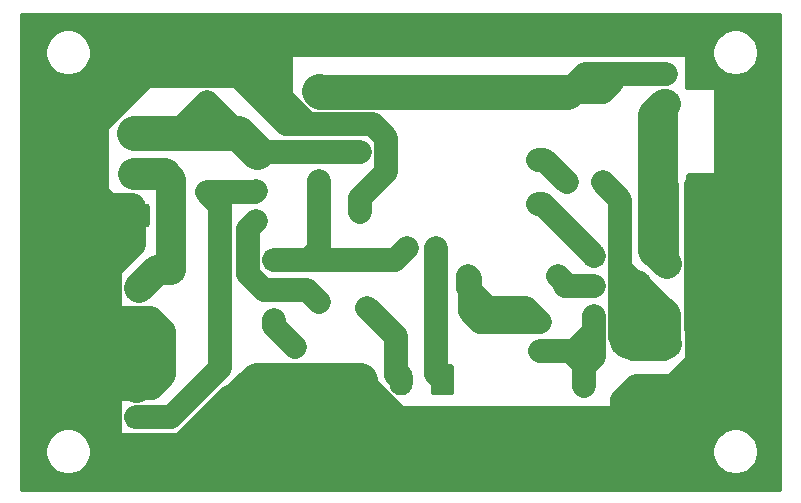
<source format=gbr>
%TF.GenerationSoftware,KiCad,Pcbnew,5.1.12*%
%TF.CreationDate,2021-12-29T22:49:18+01:00*%
%TF.ProjectId,AGC,4147432e-6b69-4636-9164-5f7063625858,rev?*%
%TF.SameCoordinates,Original*%
%TF.FileFunction,Copper,L2,Bot*%
%TF.FilePolarity,Positive*%
%FSLAX46Y46*%
G04 Gerber Fmt 4.6, Leading zero omitted, Abs format (unit mm)*
G04 Created by KiCad (PCBNEW 5.1.12) date 2021-12-29 22:49:18*
%MOMM*%
%LPD*%
G01*
G04 APERTURE LIST*
%TA.AperFunction,ComponentPad*%
%ADD10O,1.700000X2.000000*%
%TD*%
%TA.AperFunction,ComponentPad*%
%ADD11O,2.000000X1.700000*%
%TD*%
%TA.AperFunction,ComponentPad*%
%ADD12C,1.500000*%
%TD*%
%TA.AperFunction,ComponentPad*%
%ADD13R,1.500000X1.500000*%
%TD*%
%TA.AperFunction,ComponentPad*%
%ADD14O,2.000000X2.600000*%
%TD*%
%TA.AperFunction,ComponentPad*%
%ADD15C,1.600000*%
%TD*%
%TA.AperFunction,ComponentPad*%
%ADD16R,1.800000X1.800000*%
%TD*%
%TA.AperFunction,ComponentPad*%
%ADD17O,1.800000X1.800000*%
%TD*%
%TA.AperFunction,ComponentPad*%
%ADD18C,1.400000*%
%TD*%
%TA.AperFunction,ComponentPad*%
%ADD19O,1.400000X1.400000*%
%TD*%
%TA.AperFunction,ComponentPad*%
%ADD20O,2.600000X2.000000*%
%TD*%
%TA.AperFunction,ComponentPad*%
%ADD21C,1.150000*%
%TD*%
%TA.AperFunction,Conductor*%
%ADD22C,2.000000*%
%TD*%
%TA.AperFunction,Conductor*%
%ADD23C,3.000000*%
%TD*%
%TA.AperFunction,Conductor*%
%ADD24C,2.500000*%
%TD*%
%TA.AperFunction,Conductor*%
%ADD25C,2.700000*%
%TD*%
%TA.AperFunction,Conductor*%
%ADD26C,0.254000*%
%TD*%
%TA.AperFunction,Conductor*%
%ADD27C,0.100000*%
%TD*%
G04 APERTURE END LIST*
D10*
%TO.P,J5,2*%
%TO.N,Net-(J3-Pad1)*%
X142443200Y-107086400D03*
%TO.P,J5,1*%
%TO.N,GND*%
%TA.AperFunction,ComponentPad*%
G36*
G01*
X145793200Y-106336400D02*
X145793200Y-107836400D01*
G75*
G02*
X145543200Y-108086400I-250000J0D01*
G01*
X144343200Y-108086400D01*
G75*
G02*
X144093200Y-107836400I0J250000D01*
G01*
X144093200Y-106336400D01*
G75*
G02*
X144343200Y-106086400I250000J0D01*
G01*
X145543200Y-106086400D01*
G75*
G02*
X145793200Y-106336400I0J-250000D01*
G01*
G37*
%TD.AperFunction*%
%TD*%
%TO.P,J4,2*%
%TO.N,Net-(J3-Pad1)*%
X142432400Y-100330000D03*
%TO.P,J4,1*%
%TO.N,GND*%
%TA.AperFunction,ComponentPad*%
G36*
G01*
X145782400Y-99580000D02*
X145782400Y-101080000D01*
G75*
G02*
X145532400Y-101330000I-250000J0D01*
G01*
X144332400Y-101330000D01*
G75*
G02*
X144082400Y-101080000I0J250000D01*
G01*
X144082400Y-99580000D01*
G75*
G02*
X144332400Y-99330000I250000J0D01*
G01*
X145532400Y-99330000D01*
G75*
G02*
X145782400Y-99580000I0J-250000D01*
G01*
G37*
%TD.AperFunction*%
%TD*%
%TO.P,J6,2*%
%TO.N,Net-(J6-Pad2)*%
X142432400Y-113842800D03*
%TO.P,J6,1*%
%TO.N,GND*%
%TA.AperFunction,ComponentPad*%
G36*
G01*
X145782400Y-113092800D02*
X145782400Y-114592800D01*
G75*
G02*
X145532400Y-114842800I-250000J0D01*
G01*
X144332400Y-114842800D01*
G75*
G02*
X144082400Y-114592800I0J250000D01*
G01*
X144082400Y-113092800D01*
G75*
G02*
X144332400Y-112842800I250000J0D01*
G01*
X145532400Y-112842800D01*
G75*
G02*
X145782400Y-113092800I0J-250000D01*
G01*
G37*
%TD.AperFunction*%
%TD*%
D11*
%TO.P,J3,2*%
%TO.N,Net-(J3-Pad2)*%
X142341600Y-90972000D03*
%TO.P,J3,1*%
%TO.N,Net-(J3-Pad1)*%
%TA.AperFunction,ComponentPad*%
G36*
G01*
X143091600Y-94322000D02*
X141591600Y-94322000D01*
G75*
G02*
X141341600Y-94072000I0J250000D01*
G01*
X141341600Y-92872000D01*
G75*
G02*
X141591600Y-92622000I250000J0D01*
G01*
X143091600Y-92622000D01*
G75*
G02*
X143341600Y-92872000I0J-250000D01*
G01*
X143341600Y-94072000D01*
G75*
G02*
X143091600Y-94322000I-250000J0D01*
G01*
G37*
%TD.AperFunction*%
%TD*%
%TO.P,J2,2*%
%TO.N,GND*%
X97739200Y-117540400D03*
%TO.P,J2,1*%
%TO.N,Net-(C1-Pad2)*%
%TA.AperFunction,ComponentPad*%
G36*
G01*
X98489200Y-120890400D02*
X96989200Y-120890400D01*
G75*
G02*
X96739200Y-120640400I0J250000D01*
G01*
X96739200Y-119440400D01*
G75*
G02*
X96989200Y-119190400I250000J0D01*
G01*
X98489200Y-119190400D01*
G75*
G02*
X98739200Y-119440400I0J-250000D01*
G01*
X98739200Y-120640400D01*
G75*
G02*
X98489200Y-120890400I-250000J0D01*
G01*
G37*
%TD.AperFunction*%
%TD*%
%TO.P,J1,2*%
%TO.N,Net-(J1-Pad2)*%
X97739200Y-109107600D03*
%TO.P,J1,1*%
%TO.N,GND*%
%TA.AperFunction,ComponentPad*%
G36*
G01*
X98489200Y-112457600D02*
X96989200Y-112457600D01*
G75*
G02*
X96739200Y-112207600I0J250000D01*
G01*
X96739200Y-111007600D01*
G75*
G02*
X96989200Y-110757600I250000J0D01*
G01*
X98489200Y-110757600D01*
G75*
G02*
X98739200Y-111007600I0J-250000D01*
G01*
X98739200Y-112207600D01*
G75*
G02*
X98489200Y-112457600I-250000J0D01*
G01*
G37*
%TD.AperFunction*%
%TD*%
D12*
%TO.P,Q1,2*%
%TO.N,Net-(C1-Pad1)*%
X109220000Y-109220000D03*
%TO.P,Q1,3*%
%TO.N,Net-(Q1-Pad3)*%
X109220000Y-111760000D03*
D13*
%TO.P,Q1,1*%
%TO.N,Net-(C2-Pad2)*%
X109220000Y-106680000D03*
%TD*%
%TO.P,RV2,1*%
%TO.N,Net-(C2-Pad1)*%
%TA.AperFunction,ComponentPad*%
G36*
G01*
X124444000Y-115790000D02*
X124444000Y-117890000D01*
G75*
G02*
X124194000Y-118140000I-250000J0D01*
G01*
X122694000Y-118140000D01*
G75*
G02*
X122444000Y-117890000I0J250000D01*
G01*
X122444000Y-115790000D01*
G75*
G02*
X122694000Y-115540000I250000J0D01*
G01*
X124194000Y-115540000D01*
G75*
G02*
X124444000Y-115790000I0J-250000D01*
G01*
G37*
%TD.AperFunction*%
D14*
%TO.P,RV2,2*%
%TO.N,Net-(D1-Pad2)*%
X119944000Y-116840000D03*
%TO.P,RV2,3*%
%TO.N,GND*%
X116444000Y-116840000D03*
%TD*%
D15*
%TO.P,C3,2*%
%TO.N,Net-(C3-Pad2)*%
X131699000Y-111927000D03*
%TO.P,C3,1*%
%TO.N,Net-(C3-Pad1)*%
X131699000Y-114427000D03*
%TD*%
%TO.P,C2,2*%
%TO.N,Net-(C2-Pad2)*%
X120436000Y-105664000D03*
%TO.P,C2,1*%
%TO.N,Net-(C2-Pad1)*%
X122936000Y-105664000D03*
%TD*%
%TO.P,C1,2*%
%TO.N,Net-(C1-Pad2)*%
X107696000Y-100878000D03*
%TO.P,C1,1*%
%TO.N,Net-(C1-Pad1)*%
X107696000Y-103378000D03*
%TD*%
D16*
%TO.P,D1,1*%
%TO.N,Net-(C3-Pad2)*%
X127254000Y-110744000D03*
D17*
%TO.P,D1,2*%
%TO.N,Net-(D1-Pad2)*%
X117094000Y-110744000D03*
%TD*%
D18*
%TO.P,R1,1*%
%TO.N,Net-(R1-Pad1)*%
X103505000Y-93345000D03*
D19*
%TO.P,R1,2*%
%TO.N,Net-(C1-Pad2)*%
X103505000Y-100965000D03*
%TD*%
D18*
%TO.P,R2,1*%
%TO.N,Net-(C2-Pad2)*%
X113030000Y-102616000D03*
D19*
%TO.P,R2,2*%
%TO.N,Net-(C1-Pad1)*%
X113030000Y-110236000D03*
%TD*%
D18*
%TO.P,R3,1*%
%TO.N,Net-(J3-Pad2)*%
X113000000Y-92380000D03*
D19*
%TO.P,R3,2*%
%TO.N,Net-(C2-Pad2)*%
X113000000Y-100000000D03*
%TD*%
%TO.P,R4,2*%
%TO.N,GND*%
X110998000Y-121666000D03*
D18*
%TO.P,R4,1*%
%TO.N,Net-(Q1-Pad3)*%
X110998000Y-114046000D03*
%TD*%
D19*
%TO.P,R5,2*%
%TO.N,Net-(C3-Pad2)*%
X125603000Y-108077000D03*
D18*
%TO.P,R5,1*%
%TO.N,Net-(Q2-Pad2)*%
X133223000Y-108077000D03*
%TD*%
D19*
%TO.P,R6,2*%
%TO.N,Net-(R6-Pad2)*%
X134000000Y-100120000D03*
D18*
%TO.P,R6,1*%
%TO.N,Net-(J3-Pad2)*%
X134000000Y-92500000D03*
%TD*%
%TO.P,R7,1*%
%TO.N,Net-(C3-Pad1)*%
X135432800Y-117348000D03*
D19*
%TO.P,R7,2*%
%TO.N,GND*%
X143052800Y-117348000D03*
%TD*%
%TO.P,R8,2*%
%TO.N,Net-(J6-Pad2)*%
X137000000Y-100120000D03*
D18*
%TO.P,R8,1*%
%TO.N,Net-(J3-Pad2)*%
X137000000Y-92500000D03*
%TD*%
D20*
%TO.P,RV1,3*%
%TO.N,Net-(R1-Pad1)*%
X97366000Y-95945000D03*
%TO.P,RV1,2*%
%TO.N,Net-(J1-Pad2)*%
X97366000Y-99445000D03*
%TO.P,RV1,1*%
%TO.N,GND*%
%TA.AperFunction,ComponentPad*%
G36*
G01*
X98416000Y-103945000D02*
X96316000Y-103945000D01*
G75*
G02*
X96066000Y-103695000I0J250000D01*
G01*
X96066000Y-102195000D01*
G75*
G02*
X96316000Y-101945000I250000J0D01*
G01*
X98416000Y-101945000D01*
G75*
G02*
X98666000Y-102195000I0J-250000D01*
G01*
X98666000Y-103695000D01*
G75*
G02*
X98416000Y-103945000I-250000J0D01*
G01*
G37*
%TD.AperFunction*%
%TD*%
%TO.P,U1,1*%
%TO.N,Net-(Q2-Pad1)*%
%TA.AperFunction,ComponentPad*%
G36*
G01*
X132075000Y-101712500D02*
X132075000Y-102287500D01*
G75*
G02*
X131787500Y-102575000I-287500J0D01*
G01*
X131212500Y-102575000D01*
G75*
G02*
X130925000Y-102287500I0J287500D01*
G01*
X130925000Y-101712500D01*
G75*
G02*
X131212500Y-101425000I287500J0D01*
G01*
X131787500Y-101425000D01*
G75*
G02*
X132075000Y-101712500I0J-287500D01*
G01*
G37*
%TD.AperFunction*%
D21*
%TO.P,U1,3*%
%TO.N,GND*%
X116500000Y-102640000D03*
%TO.P,U1,4*%
%TO.N,Net-(R1-Pad1)*%
X116500000Y-97560000D03*
%TO.P,U1,2*%
%TO.N,Net-(R6-Pad2)*%
X131500000Y-98200000D03*
%TD*%
D13*
%TO.P,Q2,1*%
%TO.N,Net-(Q2-Pad1)*%
X136310000Y-106381000D03*
D12*
%TO.P,Q2,3*%
%TO.N,Net-(C3-Pad1)*%
X136310000Y-111461000D03*
%TO.P,Q2,2*%
%TO.N,Net-(Q2-Pad2)*%
X136310000Y-108921000D03*
%TD*%
D22*
%TO.N,Net-(C1-Pad1)*%
X112014000Y-109220000D02*
X113030000Y-110236000D01*
X109220000Y-109220000D02*
X112014000Y-109220000D01*
X109220000Y-109220000D02*
X108331000Y-109220000D01*
X107019990Y-104054010D02*
X107696000Y-103378000D01*
X107019990Y-107908990D02*
X107019990Y-104054010D01*
X108331000Y-109220000D02*
X107019990Y-107908990D01*
%TO.N,Net-(C1-Pad2)*%
X107609000Y-100965000D02*
X107696000Y-100878000D01*
X103505000Y-100965000D02*
X107609000Y-100965000D01*
X104648000Y-102108000D02*
X103505000Y-100965000D01*
X104648000Y-115815610D02*
X104648000Y-102108000D01*
X100448610Y-120015000D02*
X104648000Y-115815610D01*
X97536000Y-120015000D02*
X100448610Y-120015000D01*
%TO.N,Net-(C2-Pad1)*%
X122936000Y-116332000D02*
X123444000Y-116840000D01*
X122936000Y-105664000D02*
X122936000Y-116332000D01*
%TO.N,Net-(C2-Pad2)*%
X119420000Y-106680000D02*
X120436000Y-105664000D01*
X113030000Y-105791000D02*
X112141000Y-106680000D01*
X113030000Y-102616000D02*
X113030000Y-105791000D01*
X112141000Y-106680000D02*
X119420000Y-106680000D01*
X109220000Y-106680000D02*
X112141000Y-106680000D01*
X113000000Y-102586000D02*
X113030000Y-102616000D01*
X113000000Y-100000000D02*
X113000000Y-102586000D01*
%TO.N,Net-(C3-Pad2)*%
X130516000Y-110744000D02*
X131699000Y-111927000D01*
X127254000Y-110744000D02*
X130516000Y-110744000D01*
X131699000Y-111927000D02*
X126659000Y-111927000D01*
X125793500Y-111061500D02*
X125793500Y-108267500D01*
X126659000Y-111927000D02*
X125793500Y-111061500D01*
X125793500Y-108267500D02*
X125603000Y-108077000D01*
X125603000Y-109093000D02*
X127254000Y-110744000D01*
X125603000Y-108077000D02*
X125603000Y-109093000D01*
%TO.N,Net-(C3-Pad1)*%
X134239000Y-114427000D02*
X135509000Y-115697000D01*
X131699000Y-114427000D02*
X134239000Y-114427000D01*
X134620000Y-114427000D02*
X136310000Y-112737000D01*
X131699000Y-114427000D02*
X134620000Y-114427000D01*
X136310000Y-112737000D02*
X136310000Y-114896000D01*
X136310000Y-111461000D02*
X136310000Y-112737000D01*
X136310000Y-114896000D02*
X135509000Y-115697000D01*
X136310000Y-111461000D02*
X136310000Y-114896000D01*
X135432800Y-115773200D02*
X136310000Y-114896000D01*
X135432800Y-117348000D02*
X135432800Y-115773200D01*
%TO.N,Net-(D1-Pad2)*%
X117094000Y-110744000D02*
X119507000Y-113157000D01*
X119507000Y-116403000D02*
X119944000Y-116840000D01*
X119507000Y-113157000D02*
X119507000Y-116403000D01*
D23*
%TO.N,Net-(J3-Pad2)*%
X113120000Y-92500000D02*
X113000000Y-92380000D01*
X134000000Y-92500000D02*
X113120000Y-92500000D01*
D22*
X137923210Y-91576790D02*
X137000000Y-92500000D01*
X137000000Y-92500000D02*
X134000000Y-92500000D01*
X135528000Y-90972000D02*
X134000000Y-92500000D01*
X142341600Y-90972000D02*
X135528000Y-90972000D01*
%TO.N,Net-(J3-Pad1)*%
X142443200Y-100340800D02*
X142432400Y-100330000D01*
X142443200Y-107086400D02*
X142443200Y-100340800D01*
X142341600Y-100239200D02*
X142432400Y-100330000D01*
X142341600Y-93472000D02*
X142341600Y-100239200D01*
D24*
X142341600Y-93472000D02*
X142240000Y-93472000D01*
X142240000Y-93472000D02*
X141274800Y-94437200D01*
X141274800Y-105918000D02*
X142443200Y-107086400D01*
X141274800Y-94437200D02*
X141274800Y-105918000D01*
D22*
%TO.N,Net-(J6-Pad2)*%
X138510010Y-101630010D02*
X137000000Y-100120000D01*
X142547795Y-113947395D02*
X142452185Y-113851785D01*
X139903200Y-110439200D02*
X139903200Y-110896400D01*
X139903200Y-110896400D02*
X141427200Y-112420400D01*
X139903200Y-108856780D02*
X138510010Y-107463590D01*
X139903200Y-110439200D02*
X139903200Y-108856780D01*
X138510010Y-107463590D02*
X138510010Y-101630010D01*
X138510010Y-111586010D02*
X138510010Y-107463590D01*
X142392400Y-113781200D02*
X142392400Y-113944400D01*
X138510010Y-113211610D02*
X138510010Y-111586010D01*
X142240000Y-114249200D02*
X139547600Y-114249200D01*
X141427200Y-112420400D02*
X140106400Y-112420400D01*
X140106400Y-112420400D02*
X138912600Y-113614200D01*
X138912600Y-113614200D02*
X138510010Y-113211610D01*
X139547600Y-114249200D02*
X138912600Y-113614200D01*
D24*
X139141200Y-113842800D02*
X138912600Y-113614200D01*
X139903200Y-108966000D02*
X142341600Y-111404400D01*
X139903200Y-108856780D02*
X139903200Y-108966000D01*
X142341600Y-113752000D02*
X142432400Y-113842800D01*
X142341600Y-111404400D02*
X142341600Y-113752000D01*
D22*
%TO.N,Net-(Q1-Pad3)*%
X109220000Y-112268000D02*
X110998000Y-114046000D01*
X109220000Y-111760000D02*
X109220000Y-112268000D01*
%TO.N,Net-(Q2-Pad1)*%
X131929000Y-102000000D02*
X136310000Y-106381000D01*
X131500000Y-102000000D02*
X131929000Y-102000000D01*
%TO.N,Net-(Q2-Pad2)*%
X133850000Y-108921000D02*
X136310000Y-108921000D01*
X134067000Y-108921000D02*
X133223000Y-108077000D01*
X136310000Y-108921000D02*
X134067000Y-108921000D01*
%TO.N,Net-(R1-Pad1)*%
X107720000Y-97560000D02*
X103505000Y-93345000D01*
X103505000Y-95751000D02*
X103311000Y-95945000D01*
X103505000Y-93345000D02*
X103505000Y-95751000D01*
X103311000Y-95945000D02*
X106105000Y-95945000D01*
X97366000Y-95945000D02*
X103311000Y-95945000D01*
X100905000Y-95945000D02*
X103505000Y-93345000D01*
X97366000Y-95945000D02*
X100905000Y-95945000D01*
D23*
X106105000Y-95945000D02*
X107720000Y-97560000D01*
X97366000Y-95945000D02*
X106105000Y-95945000D01*
D22*
X112342800Y-97560000D02*
X116500000Y-97560000D01*
X107720000Y-97560000D02*
X112342800Y-97560000D01*
%TO.N,Net-(R6-Pad2)*%
X132080000Y-98200000D02*
X134000000Y-100120000D01*
X131500000Y-98200000D02*
X132080000Y-98200000D01*
D23*
%TO.N,GND*%
X111500000Y-121525497D02*
X114474503Y-124500000D01*
X111500000Y-120500000D02*
X111500000Y-121525497D01*
X118500000Y-124000000D02*
X118000000Y-124500000D01*
X122500000Y-124500000D02*
X122500000Y-122500000D01*
X122500000Y-122500000D02*
X121299990Y-123700010D01*
X121299990Y-123700010D02*
X117299990Y-123700010D01*
X116500000Y-124500000D02*
X114474503Y-124500000D01*
X117299990Y-123700010D02*
X116500000Y-124500000D01*
X118000000Y-124500000D02*
X116500000Y-124500000D01*
X114474503Y-124500000D02*
X127000000Y-124500000D01*
X127000000Y-124500000D02*
X128620000Y-122880000D01*
X128620000Y-122880000D02*
X128620000Y-120620000D01*
X126380000Y-120620000D02*
X128620000Y-120620000D01*
X128620000Y-120620000D02*
X123120000Y-120620000D01*
X121299990Y-122440010D02*
X121299990Y-123700010D01*
X123120000Y-120620000D02*
X121299990Y-122440010D01*
X126380000Y-122880000D02*
X125250000Y-121750000D01*
X128620000Y-122880000D02*
X126380000Y-122880000D01*
X125250000Y-121750000D02*
X126380000Y-120620000D01*
X122500000Y-124500000D02*
X125250000Y-121750000D01*
X109799990Y-121299990D02*
X109000000Y-120500000D01*
X109000000Y-120500000D02*
X111500000Y-120500000D01*
X109799990Y-123700010D02*
X109799990Y-121299990D01*
X121299990Y-123700010D02*
X109799990Y-123700010D01*
X108700010Y-123700010D02*
X105500000Y-120500000D01*
X109799990Y-123700010D02*
X108700010Y-123700010D01*
X144500000Y-124500000D02*
X122500000Y-124500000D01*
D22*
X97536000Y-113030000D02*
X97536000Y-114935000D01*
X97536000Y-114935000D02*
X97536000Y-116205000D01*
X97536000Y-116205000D02*
X97536000Y-117475000D01*
X111364000Y-119735980D02*
X109799990Y-121299990D01*
X122412893Y-120620000D02*
X121325883Y-121707010D01*
X123120000Y-120620000D02*
X122412893Y-120620000D01*
D23*
X107038000Y-120500000D02*
X109000000Y-120500000D01*
X105500000Y-120500000D02*
X107038000Y-120500000D01*
D22*
X113335030Y-121707010D02*
X111364000Y-119735980D01*
X121325883Y-121707010D02*
X117814990Y-121707010D01*
X117814990Y-121707010D02*
X115547727Y-121707010D01*
X116444000Y-120810737D02*
X115547727Y-121707010D01*
X116444000Y-116840000D02*
X116444000Y-120810737D01*
D23*
X98642800Y-124500000D02*
X98693600Y-124500000D01*
X114474503Y-124500000D02*
X98642800Y-124500000D01*
X113335030Y-119948970D02*
X116444000Y-116840000D01*
X113335030Y-121707010D02*
X113335030Y-119948970D01*
X105918000Y-118668800D02*
X105613200Y-118668800D01*
X107746800Y-116840000D02*
X105918000Y-118668800D01*
X102156610Y-122430190D02*
X107746800Y-116840000D01*
X107482630Y-119948970D02*
X113335030Y-119948970D01*
X105153810Y-122277790D02*
X107482630Y-119948970D01*
X115763410Y-121707010D02*
X110896400Y-116840000D01*
X115782990Y-121707010D02*
X115763410Y-121707010D01*
X110896400Y-116840000D02*
X107746800Y-116840000D01*
X116444000Y-116840000D02*
X110896400Y-116840000D01*
D22*
X117814990Y-121707010D02*
X115782990Y-121707010D01*
X115782990Y-121707010D02*
X113335030Y-121707010D01*
D23*
X107787430Y-119948970D02*
X110896400Y-116840000D01*
X107482630Y-119948970D02*
X107787430Y-119948970D01*
X116444000Y-121140000D02*
X116444000Y-116840000D01*
X117054000Y-121750000D02*
X116444000Y-121140000D01*
X125250000Y-121750000D02*
X117054000Y-121750000D01*
X119605610Y-120620000D02*
X116444000Y-117458390D01*
X116444000Y-117458390D02*
X116444000Y-116840000D01*
X123120000Y-120620000D02*
X119605610Y-120620000D01*
X105613200Y-118668800D02*
X101574600Y-122707400D01*
X97536000Y-115250002D02*
X97536000Y-117314990D01*
X97536000Y-115250002D02*
X97536000Y-113190009D01*
D25*
X148200010Y-109406790D02*
X146287048Y-109406790D01*
X148200010Y-109406790D02*
X148200010Y-112200248D01*
X147457010Y-110576752D02*
X146287048Y-109406790D01*
X147912648Y-112200248D02*
X147457010Y-111744610D01*
X147457010Y-111744610D02*
X147457010Y-110576752D01*
X148200010Y-112200248D02*
X147912648Y-112200248D01*
X145186706Y-124802484D02*
X145320680Y-124668510D01*
X111101790Y-124766990D02*
X111137284Y-124802484D01*
X104087010Y-124766990D02*
X111101790Y-124766990D01*
X107748990Y-124766990D02*
X104087010Y-124766990D01*
X144322800Y-119075200D02*
X144322800Y-123670630D01*
X144322800Y-123670630D02*
X145320680Y-124668510D01*
X141828290Y-119273090D02*
X141630400Y-119075200D01*
D23*
X141630400Y-119075200D02*
X144322800Y-119075200D01*
D25*
X145320680Y-124668510D02*
X141828290Y-124668510D01*
X140151890Y-119182110D02*
X140258800Y-119075200D01*
D23*
X140258800Y-119075200D02*
X141630400Y-119075200D01*
D25*
X141828290Y-124668510D02*
X140151890Y-124668510D01*
X140151890Y-124668510D02*
X136697490Y-124668510D01*
X136697490Y-124668510D02*
X133863310Y-124668510D01*
X131018510Y-121823710D02*
X130073400Y-120878600D01*
X133863310Y-124668510D02*
X130073400Y-120878600D01*
X140151890Y-124668510D02*
X140151890Y-121823710D01*
X140151890Y-121823710D02*
X140151890Y-119182110D01*
X141828290Y-122981490D02*
X138627890Y-122981490D01*
X140151890Y-121823710D02*
X137470110Y-121823710D01*
X141828290Y-124668510D02*
X141828290Y-122981490D01*
X138627890Y-122981490D02*
X137470110Y-121823710D01*
X141828290Y-122981490D02*
X141828290Y-119273090D01*
X131079820Y-122880000D02*
X132136110Y-121823710D01*
X128620000Y-122880000D02*
X131079820Y-122880000D01*
X132136110Y-121823710D02*
X131018510Y-121823710D01*
X137470110Y-121823710D02*
X132136110Y-121823710D01*
X144814585Y-121628120D02*
X144814585Y-124430363D01*
X148200010Y-118242695D02*
X144814585Y-121628120D01*
X144814585Y-124430363D02*
X145186706Y-124802484D01*
X94985991Y-118146131D02*
X94958261Y-118173861D01*
X95817132Y-117314990D02*
X97536000Y-117314990D01*
X94985991Y-118146131D02*
X95817132Y-117314990D01*
X95746007Y-113190009D02*
X97536000Y-113190009D01*
X94985991Y-112429993D02*
X95746007Y-113190009D01*
X94985991Y-111699191D02*
X94985991Y-112429993D01*
X94985991Y-108976009D02*
X94985991Y-111699191D01*
X94985991Y-111699191D02*
X94985991Y-118146131D01*
X95530600Y-102945000D02*
X94985991Y-103489609D01*
X97635921Y-123243501D02*
X99159410Y-124766990D01*
X94958261Y-123243501D02*
X97635921Y-123243501D01*
X104087010Y-124766990D02*
X99159410Y-124766990D01*
X95649137Y-122618139D02*
X94958261Y-122618139D01*
X95738398Y-122707400D02*
X95649137Y-122618139D01*
X101574600Y-122707400D02*
X95738398Y-122707400D01*
X94958261Y-122618139D02*
X94958261Y-123243501D01*
X94958261Y-118173861D02*
X94958261Y-122618139D01*
D22*
X99872800Y-112685200D02*
X98805210Y-111617610D01*
X98805210Y-111617610D02*
X97627592Y-111617610D01*
X99872800Y-116484400D02*
X99872800Y-112685200D01*
X98816800Y-117540400D02*
X99872800Y-116484400D01*
X97739200Y-117540400D02*
X98816800Y-117540400D01*
X97366000Y-102945000D02*
X95530600Y-102945000D01*
X96821391Y-103489609D02*
X97366000Y-102945000D01*
X94985991Y-103489609D02*
X96821391Y-103489609D01*
D25*
X94985991Y-106994809D02*
X94985991Y-108976009D01*
D22*
X144932400Y-100330000D02*
X147370800Y-100330000D01*
X147370800Y-100330000D02*
X148793200Y-100330000D01*
X146287048Y-108430248D02*
X144943200Y-107086400D01*
X146287048Y-109406790D02*
X146287048Y-108430248D01*
X144943200Y-100340800D02*
X144932400Y-100330000D01*
X147370800Y-100584000D02*
X144943200Y-103011600D01*
X147370800Y-100330000D02*
X147370800Y-100584000D01*
X144943200Y-103011600D02*
X144943200Y-100340800D01*
X143052800Y-117348000D02*
X139801600Y-117348000D01*
X139801600Y-117348000D02*
X138627890Y-118521710D01*
X147305315Y-117348000D02*
X148200010Y-118242695D01*
X143052800Y-117348000D02*
X147305315Y-117348000D01*
X146050000Y-117348000D02*
X144322800Y-119075200D01*
X147305315Y-117348000D02*
X146050000Y-117348000D01*
X148114820Y-113487200D02*
X148200010Y-113402010D01*
X145338800Y-113487200D02*
X148114820Y-113487200D01*
D25*
X148200010Y-109406790D02*
X148200010Y-113402010D01*
D22*
X145338800Y-113487200D02*
X145338800Y-112487200D01*
X144943200Y-103011600D02*
X144943200Y-107086400D01*
X146231937Y-101722863D02*
X148054483Y-101722863D01*
X144943200Y-103011600D02*
X146231937Y-101722863D01*
X94183200Y-95309410D02*
X94183200Y-101062200D01*
X106181790Y-91144990D02*
X98347620Y-91144990D01*
X107950000Y-89376780D02*
X97821220Y-89376780D01*
X106181790Y-91144990D02*
X107950000Y-89376780D01*
X98803810Y-124766990D02*
X94845790Y-124766990D01*
X99159410Y-124766990D02*
X98803810Y-124766990D01*
X103636380Y-121666000D02*
X110998000Y-121666000D01*
X100535390Y-124766990D02*
X103636380Y-121666000D01*
X94845790Y-124766990D02*
X100535390Y-124766990D01*
X148793200Y-112808820D02*
X148200010Y-113402010D01*
X116500000Y-102640000D02*
X116500000Y-101482800D01*
X118700010Y-99282790D02*
X118700010Y-96336390D01*
X116500000Y-101482800D02*
X118700010Y-99282790D01*
X118700010Y-96336390D02*
X117563630Y-95200010D01*
X110236810Y-95200010D02*
X106181790Y-91144990D01*
X107950000Y-91148390D02*
X110438390Y-93636780D01*
X107950000Y-89376780D02*
X107950000Y-91148390D01*
X110438390Y-93636780D02*
X110438390Y-95200010D01*
X110438390Y-95200010D02*
X110236810Y-95200010D01*
X107950000Y-89376780D02*
X109747580Y-89376780D01*
X111911590Y-95109980D02*
X111911590Y-95200010D01*
X109747580Y-92945970D02*
X111911590Y-95109980D01*
X109747580Y-89376780D02*
X109747580Y-92945970D01*
X111911590Y-95200010D02*
X110438390Y-95200010D01*
X117563630Y-95200010D02*
X111911590Y-95200010D01*
X144943200Y-105805600D02*
X148793200Y-101955600D01*
X144943200Y-107086400D02*
X144943200Y-105805600D01*
X148793200Y-100330000D02*
X148793200Y-101955600D01*
X145542000Y-107086400D02*
X148793200Y-103835200D01*
X144943200Y-107086400D02*
X145542000Y-107086400D01*
X148793200Y-101955600D02*
X148793200Y-103835200D01*
X145400400Y-106629200D02*
X144943200Y-107086400D01*
X148793200Y-103835200D02*
X148793200Y-106629200D01*
X148793200Y-109423200D02*
X145999200Y-106629200D01*
X148793200Y-110337600D02*
X148793200Y-109423200D01*
X145999200Y-106629200D02*
X145400400Y-106629200D01*
X148793200Y-106629200D02*
X145999200Y-106629200D01*
X148793200Y-106629200D02*
X148793200Y-110337600D01*
X148793200Y-110337600D02*
X148793200Y-112808820D01*
X144943200Y-112091600D02*
X145338800Y-112487200D01*
X145338800Y-112268000D02*
X148200010Y-109406790D01*
X145338800Y-113487200D02*
X145338800Y-112268000D01*
X145038810Y-115361990D02*
X143052800Y-117348000D01*
X145038810Y-112575927D02*
X145038810Y-115361990D01*
X144943200Y-112480317D02*
X145038810Y-112575927D01*
X144943200Y-108904400D02*
X144943200Y-112480317D01*
X144943200Y-107086400D02*
X144943200Y-108904400D01*
X144943200Y-108904400D02*
X144943200Y-112091600D01*
X144424400Y-117348000D02*
X148200010Y-113572390D01*
X143052800Y-117348000D02*
X144424400Y-117348000D01*
D25*
X148200010Y-113572390D02*
X148200010Y-118242695D01*
X148200010Y-113402010D02*
X148200010Y-113572390D01*
D22*
X138627890Y-118521710D02*
X138627890Y-120045710D01*
X138627890Y-120045710D02*
X138627890Y-122981490D01*
X94845790Y-124766990D02*
X99163790Y-124766990D01*
X94845790Y-124766990D02*
X95607790Y-124766990D01*
X94881284Y-124802484D02*
X94845790Y-124766990D01*
X114871916Y-124802484D02*
X94881284Y-124802484D01*
D25*
X111137284Y-124802484D02*
X114871916Y-124802484D01*
X114871916Y-124802484D02*
X145186706Y-124802484D01*
D22*
X97366000Y-102945000D02*
X97366000Y-102532000D01*
X97241700Y-102067700D02*
X95188700Y-102067700D01*
X97366000Y-102192000D02*
X97241700Y-102067700D01*
X97366000Y-102945000D02*
X97366000Y-102192000D01*
X94183200Y-101062200D02*
X95188700Y-102067700D01*
X97366000Y-102945000D02*
X97366000Y-105427600D01*
X95798791Y-106994809D02*
X94985991Y-106994809D01*
X97366000Y-105427600D02*
X95798791Y-106994809D01*
X96831382Y-102945000D02*
X94985991Y-104790391D01*
X97366000Y-102945000D02*
X96831382Y-102945000D01*
D25*
X94985991Y-104790391D02*
X94985991Y-106994809D01*
X94985991Y-103489609D02*
X94985991Y-104790391D01*
D22*
X95428009Y-103489609D02*
X97366000Y-105427600D01*
X94985991Y-103489609D02*
X95428009Y-103489609D01*
X94137512Y-90692556D02*
X94137512Y-91333288D01*
X95453288Y-89376780D02*
X94137512Y-90692556D01*
X94183200Y-91378976D02*
X94183200Y-95309410D01*
X94137512Y-91333288D02*
X94183200Y-91378976D01*
X96012000Y-91186000D02*
X97821220Y-89376780D01*
X95961200Y-91135200D02*
X96012000Y-91186000D01*
X94081600Y-91135200D02*
X95961200Y-91135200D01*
X93573600Y-91643200D02*
X94081600Y-91135200D01*
X93573600Y-113374800D02*
X93573600Y-91643200D01*
X97739200Y-117540400D02*
X93573600Y-113374800D01*
X95254305Y-91842095D02*
X95961200Y-91135200D01*
X95254305Y-94238305D02*
X95254305Y-91842095D01*
X98347620Y-91144990D02*
X95254305Y-94238305D01*
X95254305Y-94238305D02*
X94183200Y-95309410D01*
X93929200Y-91643200D02*
X96195620Y-89376780D01*
X93573600Y-91643200D02*
X93929200Y-91643200D01*
X96195620Y-89376780D02*
X95453288Y-89376780D01*
X97821220Y-89376780D02*
X96195620Y-89376780D01*
X140481380Y-120620000D02*
X141828290Y-119273090D01*
X128620000Y-120620000D02*
X140481380Y-120620000D01*
X119649710Y-120045710D02*
X138627890Y-120045710D01*
X116444000Y-116840000D02*
X119649710Y-120045710D01*
X95077582Y-111607600D02*
X94985991Y-111699191D01*
X97739200Y-111607600D02*
X95077582Y-111607600D01*
%TO.N,Net-(J1-Pad2)*%
X99953000Y-99445000D02*
X100711000Y-100203000D01*
X100711000Y-100203000D02*
X100711000Y-107315000D01*
D25*
X97366000Y-99445000D02*
X99953000Y-99445000D01*
D24*
X100461000Y-99953000D02*
X99953000Y-99445000D01*
X100461000Y-107565000D02*
X100461000Y-99953000D01*
X97786001Y-109060799D02*
X97786001Y-109107600D01*
X99281800Y-107565000D02*
X97786001Y-109060799D01*
X100461000Y-107565000D02*
X99281800Y-107565000D01*
%TD*%
D26*
%TO.N,GND*%
X152048000Y-126140000D02*
X87728000Y-126140000D01*
X87728000Y-122719159D01*
X89801066Y-122719159D01*
X89801066Y-123102041D01*
X89875763Y-123477566D01*
X90022285Y-123831303D01*
X90235003Y-124149658D01*
X90505742Y-124420397D01*
X90824097Y-124633115D01*
X91177834Y-124779637D01*
X91553359Y-124854334D01*
X91936241Y-124854334D01*
X92311766Y-124779637D01*
X92665503Y-124633115D01*
X92983858Y-124420397D01*
X93254597Y-124149658D01*
X93467315Y-123831303D01*
X93613837Y-123477566D01*
X93688534Y-123102041D01*
X93688534Y-122719159D01*
X93613837Y-122343634D01*
X93471223Y-121999330D01*
X109705278Y-121999330D01*
X109795147Y-122245123D01*
X109931241Y-122468660D01*
X110108330Y-122661351D01*
X110319608Y-122815792D01*
X110556956Y-122926047D01*
X110664671Y-122958716D01*
X110871000Y-122835374D01*
X110871000Y-121793000D01*
X111125000Y-121793000D01*
X111125000Y-122835374D01*
X111331329Y-122958716D01*
X111439044Y-122926047D01*
X111676392Y-122815792D01*
X111808587Y-122719159D01*
X146290666Y-122719159D01*
X146290666Y-123102041D01*
X146365363Y-123477566D01*
X146511885Y-123831303D01*
X146724603Y-124149658D01*
X146995342Y-124420397D01*
X147313697Y-124633115D01*
X147667434Y-124779637D01*
X148042959Y-124854334D01*
X148425841Y-124854334D01*
X148801366Y-124779637D01*
X149155103Y-124633115D01*
X149473458Y-124420397D01*
X149744197Y-124149658D01*
X149956915Y-123831303D01*
X150103437Y-123477566D01*
X150178134Y-123102041D01*
X150178134Y-122719159D01*
X150103437Y-122343634D01*
X149956915Y-121989897D01*
X149744197Y-121671542D01*
X149473458Y-121400803D01*
X149155103Y-121188085D01*
X148801366Y-121041563D01*
X148425841Y-120966866D01*
X148042959Y-120966866D01*
X147667434Y-121041563D01*
X147313697Y-121188085D01*
X146995342Y-121400803D01*
X146724603Y-121671542D01*
X146511885Y-121989897D01*
X146365363Y-122343634D01*
X146290666Y-122719159D01*
X111808587Y-122719159D01*
X111887670Y-122661351D01*
X112064759Y-122468660D01*
X112200853Y-122245123D01*
X112290722Y-121999330D01*
X112168201Y-121793000D01*
X111125000Y-121793000D01*
X110871000Y-121793000D01*
X109827799Y-121793000D01*
X109705278Y-121999330D01*
X93471223Y-121999330D01*
X93467315Y-121989897D01*
X93254597Y-121671542D01*
X92983858Y-121400803D01*
X92665503Y-121188085D01*
X92311766Y-121041563D01*
X91936241Y-120966866D01*
X91553359Y-120966866D01*
X91177834Y-121041563D01*
X90824097Y-121188085D01*
X90505742Y-121400803D01*
X90235003Y-121671542D01*
X90022285Y-121989897D01*
X89875763Y-122343634D01*
X89801066Y-122719159D01*
X87728000Y-122719159D01*
X87728000Y-88937159D01*
X89801066Y-88937159D01*
X89801066Y-89320041D01*
X89875763Y-89695566D01*
X90022285Y-90049303D01*
X90235003Y-90367658D01*
X90505742Y-90638397D01*
X90824097Y-90851115D01*
X91177834Y-90997637D01*
X91553359Y-91072334D01*
X91936241Y-91072334D01*
X92311766Y-90997637D01*
X92665503Y-90851115D01*
X92983858Y-90638397D01*
X93254597Y-90367658D01*
X93467315Y-90049303D01*
X93613837Y-89695566D01*
X93655800Y-89484604D01*
X94030801Y-89484604D01*
X94132518Y-121432867D01*
X94134963Y-121457270D01*
X94142196Y-121481093D01*
X94153938Y-121503047D01*
X94169737Y-121522288D01*
X94188986Y-121538077D01*
X94210945Y-121549808D01*
X94234772Y-121557029D01*
X94259549Y-121559463D01*
X145262749Y-121546763D01*
X145276603Y-121546002D01*
X145300964Y-121540867D01*
X145323856Y-121531078D01*
X145344397Y-121517012D01*
X145361800Y-121499208D01*
X145375395Y-121478351D01*
X146594478Y-119133788D01*
X146606406Y-119099741D01*
X146608800Y-119074959D01*
X146558000Y-92252559D01*
X146555560Y-92228024D01*
X146548333Y-92204199D01*
X146536597Y-92182243D01*
X146520803Y-92162997D01*
X146501557Y-92147203D01*
X146479601Y-92135467D01*
X146455776Y-92128240D01*
X146431000Y-92125800D01*
X144094200Y-92125800D01*
X144094200Y-89458800D01*
X144091747Y-89433960D01*
X144084508Y-89410139D01*
X144072761Y-89388189D01*
X144056957Y-89368952D01*
X144037704Y-89353167D01*
X144015741Y-89341443D01*
X143991913Y-89334228D01*
X143967135Y-89331800D01*
X94157735Y-89357200D01*
X94132627Y-89359720D01*
X94108826Y-89367023D01*
X94086907Y-89378829D01*
X94067712Y-89394684D01*
X94051979Y-89413979D01*
X94040313Y-89435973D01*
X94033162Y-89459820D01*
X94030801Y-89484604D01*
X93655800Y-89484604D01*
X93688534Y-89320041D01*
X93688534Y-88937159D01*
X146290666Y-88937159D01*
X146290666Y-89320041D01*
X146365363Y-89695566D01*
X146511885Y-90049303D01*
X146724603Y-90367658D01*
X146995342Y-90638397D01*
X147313697Y-90851115D01*
X147667434Y-90997637D01*
X148042959Y-91072334D01*
X148425841Y-91072334D01*
X148801366Y-90997637D01*
X149155103Y-90851115D01*
X149473458Y-90638397D01*
X149744197Y-90367658D01*
X149956915Y-90049303D01*
X150103437Y-89695566D01*
X150178134Y-89320041D01*
X150178134Y-88937159D01*
X150103437Y-88561634D01*
X149956915Y-88207897D01*
X149744197Y-87889542D01*
X149473458Y-87618803D01*
X149155103Y-87406085D01*
X148801366Y-87259563D01*
X148425841Y-87184866D01*
X148042959Y-87184866D01*
X147667434Y-87259563D01*
X147313697Y-87406085D01*
X146995342Y-87618803D01*
X146724603Y-87889542D01*
X146511885Y-88207897D01*
X146365363Y-88561634D01*
X146290666Y-88937159D01*
X93688534Y-88937159D01*
X93613837Y-88561634D01*
X93467315Y-88207897D01*
X93254597Y-87889542D01*
X92983858Y-87618803D01*
X92665503Y-87406085D01*
X92311766Y-87259563D01*
X91936241Y-87184866D01*
X91553359Y-87184866D01*
X91177834Y-87259563D01*
X90824097Y-87406085D01*
X90505742Y-87618803D01*
X90235003Y-87889542D01*
X90022285Y-88207897D01*
X89875763Y-88561634D01*
X89801066Y-88937159D01*
X87728000Y-88937159D01*
X87728000Y-85848400D01*
X152048001Y-85848400D01*
X152048000Y-126140000D01*
%TA.AperFunction,Conductor*%
D27*
G36*
X152048000Y-126140000D02*
G01*
X87728000Y-126140000D01*
X87728000Y-122719159D01*
X89801066Y-122719159D01*
X89801066Y-123102041D01*
X89875763Y-123477566D01*
X90022285Y-123831303D01*
X90235003Y-124149658D01*
X90505742Y-124420397D01*
X90824097Y-124633115D01*
X91177834Y-124779637D01*
X91553359Y-124854334D01*
X91936241Y-124854334D01*
X92311766Y-124779637D01*
X92665503Y-124633115D01*
X92983858Y-124420397D01*
X93254597Y-124149658D01*
X93467315Y-123831303D01*
X93613837Y-123477566D01*
X93688534Y-123102041D01*
X93688534Y-122719159D01*
X93613837Y-122343634D01*
X93471223Y-121999330D01*
X109705278Y-121999330D01*
X109795147Y-122245123D01*
X109931241Y-122468660D01*
X110108330Y-122661351D01*
X110319608Y-122815792D01*
X110556956Y-122926047D01*
X110664671Y-122958716D01*
X110871000Y-122835374D01*
X110871000Y-121793000D01*
X111125000Y-121793000D01*
X111125000Y-122835374D01*
X111331329Y-122958716D01*
X111439044Y-122926047D01*
X111676392Y-122815792D01*
X111808587Y-122719159D01*
X146290666Y-122719159D01*
X146290666Y-123102041D01*
X146365363Y-123477566D01*
X146511885Y-123831303D01*
X146724603Y-124149658D01*
X146995342Y-124420397D01*
X147313697Y-124633115D01*
X147667434Y-124779637D01*
X148042959Y-124854334D01*
X148425841Y-124854334D01*
X148801366Y-124779637D01*
X149155103Y-124633115D01*
X149473458Y-124420397D01*
X149744197Y-124149658D01*
X149956915Y-123831303D01*
X150103437Y-123477566D01*
X150178134Y-123102041D01*
X150178134Y-122719159D01*
X150103437Y-122343634D01*
X149956915Y-121989897D01*
X149744197Y-121671542D01*
X149473458Y-121400803D01*
X149155103Y-121188085D01*
X148801366Y-121041563D01*
X148425841Y-120966866D01*
X148042959Y-120966866D01*
X147667434Y-121041563D01*
X147313697Y-121188085D01*
X146995342Y-121400803D01*
X146724603Y-121671542D01*
X146511885Y-121989897D01*
X146365363Y-122343634D01*
X146290666Y-122719159D01*
X111808587Y-122719159D01*
X111887670Y-122661351D01*
X112064759Y-122468660D01*
X112200853Y-122245123D01*
X112290722Y-121999330D01*
X112168201Y-121793000D01*
X111125000Y-121793000D01*
X110871000Y-121793000D01*
X109827799Y-121793000D01*
X109705278Y-121999330D01*
X93471223Y-121999330D01*
X93467315Y-121989897D01*
X93254597Y-121671542D01*
X92983858Y-121400803D01*
X92665503Y-121188085D01*
X92311766Y-121041563D01*
X91936241Y-120966866D01*
X91553359Y-120966866D01*
X91177834Y-121041563D01*
X90824097Y-121188085D01*
X90505742Y-121400803D01*
X90235003Y-121671542D01*
X90022285Y-121989897D01*
X89875763Y-122343634D01*
X89801066Y-122719159D01*
X87728000Y-122719159D01*
X87728000Y-88937159D01*
X89801066Y-88937159D01*
X89801066Y-89320041D01*
X89875763Y-89695566D01*
X90022285Y-90049303D01*
X90235003Y-90367658D01*
X90505742Y-90638397D01*
X90824097Y-90851115D01*
X91177834Y-90997637D01*
X91553359Y-91072334D01*
X91936241Y-91072334D01*
X92311766Y-90997637D01*
X92665503Y-90851115D01*
X92983858Y-90638397D01*
X93254597Y-90367658D01*
X93467315Y-90049303D01*
X93613837Y-89695566D01*
X93655800Y-89484604D01*
X94030801Y-89484604D01*
X94132518Y-121432867D01*
X94134963Y-121457270D01*
X94142196Y-121481093D01*
X94153938Y-121503047D01*
X94169737Y-121522288D01*
X94188986Y-121538077D01*
X94210945Y-121549808D01*
X94234772Y-121557029D01*
X94259549Y-121559463D01*
X145262749Y-121546763D01*
X145276603Y-121546002D01*
X145300964Y-121540867D01*
X145323856Y-121531078D01*
X145344397Y-121517012D01*
X145361800Y-121499208D01*
X145375395Y-121478351D01*
X146594478Y-119133788D01*
X146606406Y-119099741D01*
X146608800Y-119074959D01*
X146558000Y-92252559D01*
X146555560Y-92228024D01*
X146548333Y-92204199D01*
X146536597Y-92182243D01*
X146520803Y-92162997D01*
X146501557Y-92147203D01*
X146479601Y-92135467D01*
X146455776Y-92128240D01*
X146431000Y-92125800D01*
X144094200Y-92125800D01*
X144094200Y-89458800D01*
X144091747Y-89433960D01*
X144084508Y-89410139D01*
X144072761Y-89388189D01*
X144056957Y-89368952D01*
X144037704Y-89353167D01*
X144015741Y-89341443D01*
X143991913Y-89334228D01*
X143967135Y-89331800D01*
X94157735Y-89357200D01*
X94132627Y-89359720D01*
X94108826Y-89367023D01*
X94086907Y-89378829D01*
X94067712Y-89394684D01*
X94051979Y-89413979D01*
X94040313Y-89435973D01*
X94033162Y-89459820D01*
X94030801Y-89484604D01*
X93655800Y-89484604D01*
X93688534Y-89320041D01*
X93688534Y-88937159D01*
X146290666Y-88937159D01*
X146290666Y-89320041D01*
X146365363Y-89695566D01*
X146511885Y-90049303D01*
X146724603Y-90367658D01*
X146995342Y-90638397D01*
X147313697Y-90851115D01*
X147667434Y-90997637D01*
X148042959Y-91072334D01*
X148425841Y-91072334D01*
X148801366Y-90997637D01*
X149155103Y-90851115D01*
X149473458Y-90638397D01*
X149744197Y-90367658D01*
X149956915Y-90049303D01*
X150103437Y-89695566D01*
X150178134Y-89320041D01*
X150178134Y-88937159D01*
X150103437Y-88561634D01*
X149956915Y-88207897D01*
X149744197Y-87889542D01*
X149473458Y-87618803D01*
X149155103Y-87406085D01*
X148801366Y-87259563D01*
X148425841Y-87184866D01*
X148042959Y-87184866D01*
X147667434Y-87259563D01*
X147313697Y-87406085D01*
X146995342Y-87618803D01*
X146724603Y-87889542D01*
X146511885Y-88207897D01*
X146365363Y-88561634D01*
X146290666Y-88937159D01*
X93688534Y-88937159D01*
X93613837Y-88561634D01*
X93467315Y-88207897D01*
X93254597Y-87889542D01*
X92983858Y-87618803D01*
X92665503Y-87406085D01*
X92311766Y-87259563D01*
X91936241Y-87184866D01*
X91553359Y-87184866D01*
X91177834Y-87259563D01*
X90824097Y-87406085D01*
X90505742Y-87618803D01*
X90235003Y-87889542D01*
X90022285Y-88207897D01*
X89875763Y-88561634D01*
X89801066Y-88937159D01*
X87728000Y-88937159D01*
X87728000Y-85848400D01*
X152048001Y-85848400D01*
X152048000Y-126140000D01*
G37*
%TD.AperFunction*%
%TD*%
M02*

</source>
